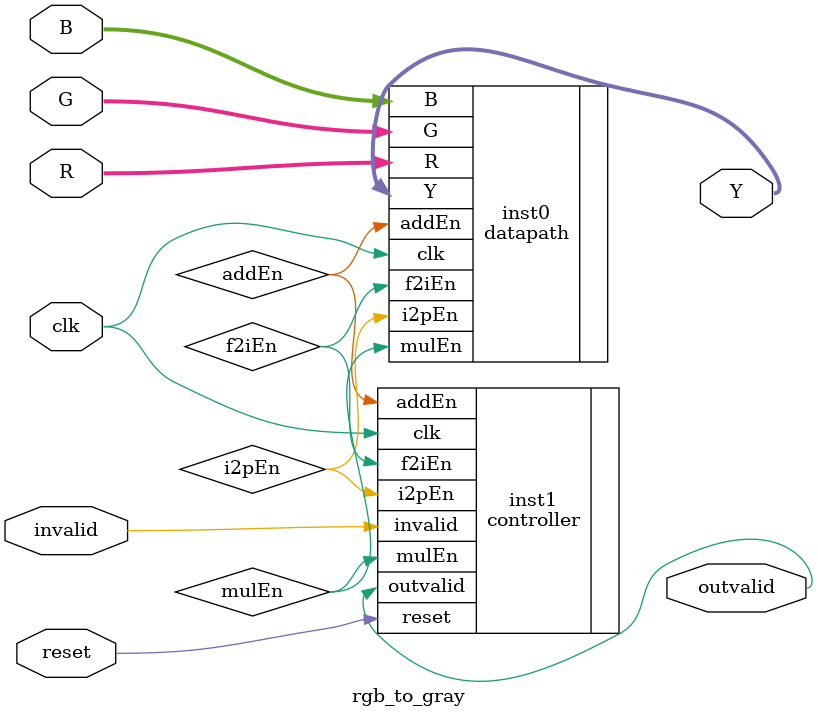
<source format=v>
module rgb_to_gray(R,G,B,clk,reset,invalid,Y,outvalid);
  input [7:0] R,G,B;
  input clk,reset,invalid;
  
  output [31:0] Y;
  output outvalid;
  
  wire i2pEn,mulEn,addEn,f2iEn;
  
  datapath inst0( .R(R), 
                  .G(G), 
                  .B(B), 
                  .clk(clk), 
                  .i2pEn(i2pEn), 
                  .mulEn(mulEn), 
                  .addEn(addEn), 
                  .f2iEn(f2iEn), 
                  .Y(Y)
                  );
                  
  controller inst1(.clk(clk),
                   .reset(reset),
						 .invalid(invalid),
                   .i2pEn(i2pEn),
                   .mulEn(mulEn),
                   .addEn(addEn),
                   .f2iEn(f2iEn),
						 .outvalid(outvalid)
              );
endmodule



</source>
